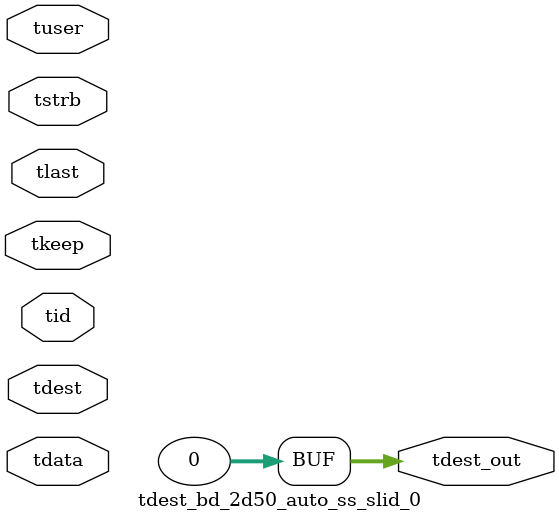
<source format=v>


`timescale 1ps/1ps

module tdest_bd_2d50_auto_ss_slid_0 #
(
parameter C_S_AXIS_TDATA_WIDTH = 32,
parameter C_S_AXIS_TUSER_WIDTH = 0,
parameter C_S_AXIS_TID_WIDTH   = 0,
parameter C_S_AXIS_TDEST_WIDTH = 0,
parameter C_M_AXIS_TDEST_WIDTH = 32
)
(
input  [(C_S_AXIS_TDATA_WIDTH == 0 ? 1 : C_S_AXIS_TDATA_WIDTH)-1:0     ] tdata,
input  [(C_S_AXIS_TUSER_WIDTH == 0 ? 1 : C_S_AXIS_TUSER_WIDTH)-1:0     ] tuser,
input  [(C_S_AXIS_TID_WIDTH   == 0 ? 1 : C_S_AXIS_TID_WIDTH)-1:0       ] tid,
input  [(C_S_AXIS_TDEST_WIDTH == 0 ? 1 : C_S_AXIS_TDEST_WIDTH)-1:0     ] tdest,
input  [(C_S_AXIS_TDATA_WIDTH/8)-1:0 ] tkeep,
input  [(C_S_AXIS_TDATA_WIDTH/8)-1:0 ] tstrb,
input                                                                    tlast,
output [C_M_AXIS_TDEST_WIDTH-1:0] tdest_out
);

assign tdest_out = {1'b0};

endmodule


</source>
